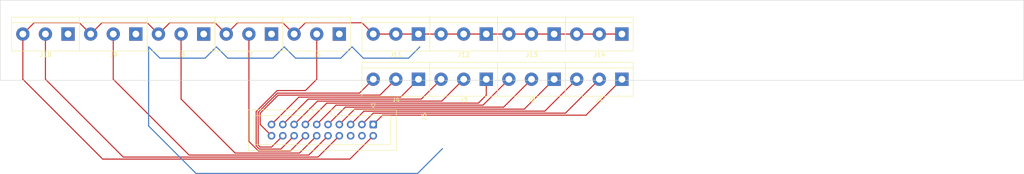
<source format=kicad_pcb>
(kicad_pcb (version 20211014) (generator pcbnew)
  (title_block (title "Control Panel Faceplate IO Breakout Board") (rev "0"))
  (layers (0 "F.Cu" signal) (31 "B.Cu" signal) (34 "B.Paste" user) (35 "F.Paste" user) (36 "B.SilkS" user "B.Silkscreen") (37 "F.SilkS" user "F.Silkscreen") (38 "B.Mask" user) (39 "F.Mask" user) (44 "Edge.Cuts" user))
  (net 0 "")
  (net 1 "/SW_T1")
  (net 2 "/SW_T2")
  (net 3 "/SW_T3")
  (net 4 "/SW_T4")
  (net 5 "/SW_T5")
  (net 6 "/SW_R1")
  (net 7 "/SW_R2")
  (net 8 "/SW_R3")
  (net 9 "/SW_R4")
  (net 10 "/SW_P1")
  (net 11 "/SW_P2")
  (net 12 "/SW_P3")
  (net 13 "/VR_1")
  (net 14 "/VR_2")
  (net 15 "/VR_3")
  (net 16 "/VR_4")
  (net 17 "/VR_5")
  (net 18 "Net-(J8-Pad3)")
  (net 20 "/5V")
  (footprint "TerminalBlock:TerminalBlock_bornier-3_P5.08mm" (layer "F.Cu") (at 96.2 27.6 180)
    (fp_text reference "J6" (at 5.05 -4.65) (layer "F.SilkS"))
    (fp_text value "Screw_Terminal_01x03")
    (fp_line (start -2.54 2.54) (end 12.7 2.54) (layer "F.SilkS") (width 0.12))
    (fp_line (start 12.7 3.81) (end 12.7 -3.81) (layer "F.SilkS") (width 0.12))
    (fp_line (start -2.54 3.81) (end -2.54 -3.81) (layer "F.SilkS") (width 0.12))
    (fp_line (start -2.54 3.81) (end 12.7 3.81) (layer "F.SilkS") (width 0.12))
    (fp_line (start -2.54 -3.81) (end 12.7 -3.81) (layer "F.SilkS") (width 0.12))
    (pad "1" thru_hole rect (at 0 0 180) (size 3 3) (drill 1.52) (layers *.Cu *.Mask) (net 20 "/5V"))
    (pad "2" thru_hole circle (at 5.08 0 180) (size 3 3) (drill 1.52) (layers *.Cu *.Mask) (net 13 "/VR_1"))
    (pad "3" thru_hole circle (at 10.16 0 180) (size 3 3) (drill 1.52) (layers *.Cu *.Mask) (net 18 "Net-(J8-Pad3)"))
  )
  (footprint "TerminalBlock:TerminalBlock_bornier-3_P5.08mm" (layer "F.Cu") (at 129.22 27.6 180)
    (fp_text reference "J12" (at 5.05 -4.65) (layer "F.SilkS"))
    (fp_text value "Screw_Terminal_01x03")
    (fp_line (start 12.7 3.81) (end 12.7 -3.81) (layer "F.SilkS") (width 0.12))
    (fp_line (start -2.54 3.81) (end -2.54 -3.81) (layer "F.SilkS") (width 0.12))
    (fp_line (start -2.54 3.81) (end 12.7 3.81) (layer "F.SilkS") (width 0.12))
    (fp_line (start -2.54 2.54) (end 12.7 2.54) (layer "F.SilkS") (width 0.12))
    (fp_line (start -2.54 -3.81) (end 12.7 -3.81) (layer "F.SilkS") (width 0.12))
    (pad "1" thru_hole rect (at 0 0 180) (size 3 3) (drill 1.52) (layers *.Cu *.Mask) (net 18 "Net-(J8-Pad3)"))
    (pad "2" thru_hole circle (at 5.08 0 180) (size 3 3) (drill 1.52) (layers *.Cu *.Mask) (net 18 "Net-(J8-Pad3)"))
    (pad "3" thru_hole circle (at 10.16 0 180) (size 3 3) (drill 1.52) (layers *.Cu *.Mask) (net 18 "Net-(J8-Pad3)"))
  )
  (footprint "TerminalBlock:TerminalBlock_bornier-3_P5.08mm" (layer "F.Cu") (at 129.22 37.76 180)
    (fp_text reference "J3" (at 5.05 -4.65) (layer "F.SilkS"))
    (fp_text value "Screw_Terminal_01x03")
    (fp_line (start -2.54 2.54) (end 12.7 2.54) (layer "F.SilkS") (width 0.12))
    (fp_line (start 12.7 3.81) (end 12.7 -3.81) (layer "F.SilkS") (width 0.12))
    (fp_line (start -2.54 -3.81) (end 12.7 -3.81) (layer "F.SilkS") (width 0.12))
    (fp_line (start -2.54 3.81) (end 12.7 3.81) (layer "F.SilkS") (width 0.12))
    (fp_line (start -2.54 3.81) (end -2.54 -3.81) (layer "F.SilkS") (width 0.12))
    (pad "1" thru_hole rect (at 0 0 180) (size 3 3) (drill 1.52) (layers *.Cu *.Mask) (net 7 "/SW_R2"))
    (pad "2" thru_hole circle (at 5.08 0 180) (size 3 3) (drill 1.52) (layers *.Cu *.Mask) (net 8 "/SW_R3"))
    (pad "3" thru_hole circle (at 10.16 0 180) (size 3 3) (drill 1.52) (layers *.Cu *.Mask) (net 9 "/SW_R4"))
  )
  (footprint "Connector_IDC:IDC-Header_2x10_P2.54mm_Vertical" (layer "F.Cu") (at 103.82 47.92 -90)
    (fp_text reference "J5" (at -1.7875 -11.43 90) (layer "F.SilkS"))
    (fp_text value "J_IDC_SW_IN")
    (fp_line (start -4.68 0.5) (end -3.68 0) (layer "F.SilkS") (width 0.12))
    (fp_line (start -1.98 26.77) (end -1.98 13.48) (layer "F.SilkS") (width 0.12))
    (fp_line (start -3.68 0) (end -4.68 -0.5) (layer "F.SilkS") (width 0.12))
    (fp_line (start -1.98 13.48) (end -1.98 13.48) (layer "F.SilkS") (width 0.12))
    (fp_line (start -4.68 -0.5) (end -4.68 0.5) (layer "F.SilkS") (width 0.12))
    (fp_line (start 4.52 -3.91) (end 4.52 26.77) (layer "F.SilkS") (width 0.12))
    (fp_line (start 5.83 -5.21) (end 5.83 28.07) (layer "F.SilkS") (width 0.12))
    (fp_line (start -1.98 13.48) (end -3.29 13.48) (layer "F.SilkS") (width 0.12))
    (fp_line (start -3.29 -5.21) (end 5.83 -5.21) (layer "F.SilkS") (width 0.12))
    (fp_line (start -1.98 9.38) (end -1.98 -3.91) (layer "F.SilkS") (width 0.12))
    (fp_line (start -3.29 9.38) (end -1.98 9.38) (layer "F.SilkS") (width 0.12))
    (fp_line (start 5.83 28.07) (end -3.29 28.07) (layer "F.SilkS") (width 0.12))
    (fp_line (start -1.98 -3.91) (end 4.52 -3.91) (layer "F.SilkS") (width 0.12))
    (fp_line (start 4.52 26.77) (end -1.98 26.77) (layer "F.SilkS") (width 0.12))
    (fp_line (start -3.29 28.07) (end -3.29 -5.21) (layer "F.SilkS") (width 0.12))
    (pad "1" thru_hole roundrect (at 0 0 270) (size 1.7 1.7) (drill 1) (layers *.Cu *.Mask) (roundrect_rratio 0.147059) (net 1 "/SW_T1"))
    (pad "2" thru_hole circle (at 2.54 0 270) (size 1.7 1.7) (drill 1) (layers *.Cu *.Mask) (net 18 "Net-(J8-Pad3)"))
    (pad "3" thru_hole circle (at 0 2.54 270) (size 1.7 1.7) (drill 1) (layers *.Cu *.Mask) (net 2 "/SW_T2"))
    (pad "4" thru_hole circle (at 2.54 2.54 270) (size 1.7 1.7) (drill 1) (layers *.Cu *.Mask) (net 20 "/5V"))
    (pad "5" thru_hole circle (at 0 5.08 270) (size 1.7 1.7) (drill 1) (layers *.Cu *.Mask) (net 3 "/SW_T3"))
    (pad "6" thru_hole circle (at 2.54 5.08 270) (size 1.7 1.7) (drill 1) (layers *.Cu *.Mask))
    (pad "7" thru_hole circle (at 0 7.62 270) (size 1.7 1.7) (drill 1) (layers *.Cu *.Mask) (net 4 "/SW_T4"))
    (pad "8" thru_hole circle (at 2.54 7.62 270) (size 1.7 1.7) (drill 1) (layers *.Cu *.Mask) (net 17 "/VR_5"))
    (pad "9" thru_hole circle (at 0 10.16 270) (size 1.7 1.7) (drill 1) (layers *.Cu *.Mask) (net 5 "/SW_T5"))
    (pad "10" thru_hole circle (at 2.54 10.16 270) (size 1.7 1.7) (drill 1) (layers *.Cu *.Mask) (net 16 "/VR_4"))
    (pad "11" thru_hole circle (at 0 12.7 270) (size 1.7 1.7) (drill 1) (layers *.Cu *.Mask) (net 6 "/SW_R1"))
    (pad "12" thru_hole circle (at 2.54 12.7 270) (size 1.7 1.7) (drill 1) (layers *.Cu *.Mask) (net 15 "/VR_3"))
    (pad "13" thru_hole circle (at 0 15.24 270) (size 1.7 1.7) (drill 1) (layers *.Cu *.Mask) (net 7 "/SW_R2"))
    (pad "14" thru_hole circle (at 2.54 15.24 270) (size 1.7 1.7) (drill 1) (layers *.Cu *.Mask) (net 14 "/VR_2"))
    (pad "15" thru_hole circle (at 0 17.78 270) (size 1.7 1.7) (drill 1) (layers *.Cu *.Mask) (net 8 "/SW_R3"))
    (pad "16" thru_hole circle (at 2.54 17.78 270) (size 1.7 1.7) (drill 1) (layers *.Cu *.Mask) (net 13 "/VR_1"))
    (pad "17" thru_hole circle (at 0 20.32 270) (size 1.7 1.7) (drill 1) (layers *.Cu *.Mask) (net 9 "/SW_R4"))
    (pad "18" thru_hole circle (at 2.54 20.32 270) (size 1.7 1.7) (drill 1) (layers *.Cu *.Mask) (net 12 "/SW_P3"))
    (pad "19" thru_hole circle (at 0 22.86 270) (size 1.7 1.7) (drill 1) (layers *.Cu *.Mask) (net 10 "/SW_P1"))
    (pad "20" thru_hole circle (at 2.54 22.86 270) (size 1.7 1.7) (drill 1) (layers *.Cu *.Mask) (net 11 "/SW_P2"))
  )
  (footprint "TerminalBlock:TerminalBlock_bornier-3_P5.08mm" (layer "F.Cu") (at 113.98 37.76 180)
    (fp_text reference "J4" (at 5.05 -4.65) (layer "F.SilkS"))
    (fp_text value "Screw_Terminal_01x03")
    (fp_line (start -2.54 3.81) (end -2.54 -3.81) (layer "F.SilkS") (width 0.12))
    (fp_line (start -2.54 2.54) (end 12.7 2.54) (layer "F.SilkS") (width 0.12))
    (fp_line (start -2.54 3.81) (end 12.7 3.81) (layer "F.SilkS") (width 0.12))
    (fp_line (start -2.54 -3.81) (end 12.7 -3.81) (layer "F.SilkS") (width 0.12))
    (fp_line (start 12.7 3.81) (end 12.7 -3.81) (layer "F.SilkS") (width 0.12))
    (pad "1" thru_hole rect (at 0 0 180) (size 3 3) (drill 1.52) (layers *.Cu *.Mask) (net 10 "/SW_P1"))
    (pad "2" thru_hole circle (at 5.08 0 180) (size 3 3) (drill 1.52) (layers *.Cu *.Mask) (net 11 "/SW_P2"))
    (pad "3" thru_hole circle (at 10.16 0 180) (size 3 3) (drill 1.52) (layers *.Cu *.Mask) (net 12 "/SW_P3"))
  )
  (footprint "TerminalBlock:TerminalBlock_bornier-3_P5.08mm" (layer "F.Cu") (at 144.46 37.76 180)
    (fp_text reference "J2" (at 5.05 -4.65) (layer "F.SilkS"))
    (fp_text value "Screw_Terminal_01x03")
    (fp_line (start -2.54 3.81) (end 12.7 3.81) (layer "F.SilkS") (width 0.12))
    (fp_line (start 12.7 3.81) (end 12.7 -3.81) (layer "F.SilkS") (width 0.12))
    (fp_line (start -2.54 3.81) (end -2.54 -3.81) (layer "F.SilkS") (width 0.12))
    (fp_line (start -2.54 2.54) (end 12.7 2.54) (layer "F.SilkS") (width 0.12))
    (fp_line (start -2.54 -3.81) (end 12.7 -3.81) (layer "F.SilkS") (width 0.12))
    (pad "1" thru_hole rect (at 0 0 180) (size 3 3) (drill 1.52) (layers *.Cu *.Mask) (net 4 "/SW_T4"))
    (pad "2" thru_hole circle (at 5.08 0 180) (size 3 3) (drill 1.52) (layers *.Cu *.Mask) (net 5 "/SW_T5"))
    (pad "3" thru_hole circle (at 10.16 0 180) (size 3 3) (drill 1.52) (layers *.Cu *.Mask) (net 6 "/SW_R1"))
  )
  (footprint "TerminalBlock:TerminalBlock_bornier-3_P5.08mm" (layer "F.Cu") (at 113.98 27.6 180)
    (fp_text reference "J11" (at 5.05 -4.65) (layer "F.SilkS"))
    (fp_text value "Screw_Terminal_01x03")
    (fp_line (start -2.54 3.81) (end 12.7 3.81) (layer "F.SilkS") (width 0.12))
    (fp_line (start -2.54 2.54) (end 12.7 2.54) (layer "F.SilkS") (width 0.12))
    (fp_line (start -2.54 -3.81) (end 12.7 -3.81) (layer "F.SilkS") (width 0.12))
    (fp_line (start -2.54 3.81) (end -2.54 -3.81) (layer "F.SilkS") (width 0.12))
    (fp_line (start 12.7 3.81) (end 12.7 -3.81) (layer "F.SilkS") (width 0.12))
    (pad "1" thru_hole rect (at 0 0 180) (size 3 3) (drill 1.52) (layers *.Cu *.Mask) (net 18 "Net-(J8-Pad3)"))
    (pad "2" thru_hole circle (at 5.08 0 180) (size 3 3) (drill 1.52) (layers *.Cu *.Mask) (net 18 "Net-(J8-Pad3)"))
    (pad "3" thru_hole circle (at 10.16 0 180) (size 3 3) (drill 1.52) (layers *.Cu *.Mask) (net 18 "Net-(J8-Pad3)"))
  )
  (footprint "TerminalBlock:TerminalBlock_bornier-3_P5.08mm" (layer "F.Cu") (at 159.7 27.6 180)
    (fp_text reference "J14" (at 5.05 -4.65) (layer "F.SilkS"))
    (fp_text value "Screw_Terminal_01x03")
    (fp_line (start -2.54 -3.81) (end 12.7 -3.81) (layer "F.SilkS") (width 0.12))
    (fp_line (start 12.7 3.81) (end 12.7 -3.81) (layer "F.SilkS") (width 0.12))
    (fp_line (start -2.54 3.81) (end -2.54 -3.81) (layer "F.SilkS") (width 0.12))
    (fp_line (start -2.54 3.81) (end 12.7 3.81) (layer "F.SilkS") (width 0.12))
    (fp_line (start -2.54 2.54) (end 12.7 2.54) (layer "F.SilkS") (width 0.12))
    (pad "1" thru_hole rect (at 0 0 180) (size 3 3) (drill 1.52) (layers *.Cu *.Mask) (net 18 "Net-(J8-Pad3)"))
    (pad "2" thru_hole circle (at 5.08 0 180) (size 3 3) (drill 1.52) (layers *.Cu *.Mask) (net 18 "Net-(J8-Pad3)"))
    (pad "3" thru_hole circle (at 10.16 0 180) (size 3 3) (drill 1.52) (layers *.Cu *.Mask) (net 18 "Net-(J8-Pad3)"))
  )
  (footprint "TerminalBlock:TerminalBlock_bornier-3_P5.08mm" (layer "F.Cu") (at 35.24 27.6 180)
    (fp_text reference "J10" (at 5.05 -4.65) (layer "F.SilkS"))
    (fp_text value "Screw_Terminal_01x03")
    (fp_line (start -2.54 3.81) (end 12.7 3.81) (layer "F.SilkS") (width 0.12))
    (fp_line (start -2.54 3.81) (end -2.54 -3.81) (layer "F.SilkS") (width 0.12))
    (fp_line (start -2.54 2.54) (end 12.7 2.54) (layer "F.SilkS") (width 0.12))
    (fp_line (start -2.54 -3.81) (end 12.7 -3.81) (layer "F.SilkS") (width 0.12))
    (fp_line (start 12.7 3.81) (end 12.7 -3.81) (layer "F.SilkS") (width 0.12))
    (pad "1" thru_hole rect (at 0 0 180) (size 3 3) (drill 1.52) (layers *.Cu *.Mask) (net 20 "/5V"))
    (pad "2" thru_hole circle (at 5.08 0 180) (size 3 3) (drill 1.52) (layers *.Cu *.Mask) (net 17 "/VR_5"))
    (pad "3" thru_hole circle (at 10.16 0 180) (size 3 3) (drill 1.52) (layers *.Cu *.Mask) (net 18 "Net-(J8-Pad3)"))
  )
  (footprint "TerminalBlock:TerminalBlock_bornier-3_P5.08mm" (layer "F.Cu") (at 80.96 27.6 180)
    (fp_text reference "J7" (at 5.05 -4.65) (layer "F.SilkS"))
    (fp_text value "Screw_Terminal_01x03")
    (fp_line (start -2.54 3.81) (end -2.54 -3.81) (layer "F.SilkS") (width 0.12))
    (fp_line (start -2.54 3.81) (end 12.7 3.81) (layer "F.SilkS") (width 0.12))
    (fp_line (start -2.54 2.54) (end 12.7 2.54) (layer "F.SilkS") (width 0.12))
    (fp_line (start 12.7 3.81) (end 12.7 -3.81) (layer "F.SilkS") (width 0.12))
    (fp_line (start -2.54 -3.81) (end 12.7 -3.81) (layer "F.SilkS") (width 0.12))
    (pad "1" thru_hole rect (at 0 0 180) (size 3 3) (drill 1.52) (layers *.Cu *.Mask) (net 20 "/5V"))
    (pad "2" thru_hole circle (at 5.08 0 180) (size 3 3) (drill 1.52) (layers *.Cu *.Mask) (net 14 "/VR_2"))
    (pad "3" thru_hole circle (at 10.16 0 180) (size 3 3) (drill 1.52) (layers *.Cu *.Mask) (net 18 "Net-(J8-Pad3)"))
  )
  (footprint "TerminalBlock:TerminalBlock_bornier-3_P5.08mm" (layer "F.Cu") (at 50.48 27.6 180)
    (fp_text reference "J9" (at 5.05 -4.65) (layer "F.SilkS"))
    (fp_text value "Screw_Terminal_01x03")
    (fp_line (start -2.54 3.81) (end -2.54 -3.81) (layer "F.SilkS") (width 0.12))
    (fp_line (start 12.7 3.81) (end 12.7 -3.81) (layer "F.SilkS") (width 0.12))
    (fp_line (start -2.54 -3.81) (end 12.7 -3.81) (layer "F.SilkS") (width 0.12))
    (fp_line (start -2.54 2.54) (end 12.7 2.54) (layer "F.SilkS") (width 0.12))
    (fp_line (start -2.54 3.81) (end 12.7 3.81) (layer "F.SilkS") (width 0.12))
    (pad "1" thru_hole rect (at 0 0 180) (size 3 3) (drill 1.52) (layers *.Cu *.Mask) (net 20 "/5V"))
    (pad "2" thru_hole circle (at 5.08 0 180) (size 3 3) (drill 1.52) (layers *.Cu *.Mask) (net 16 "/VR_4"))
    (pad "3" thru_hole circle (at 10.16 0 180) (size 3 3) (drill 1.52) (layers *.Cu *.Mask) (net 18 "Net-(J8-Pad3)"))
  )
  (footprint "TerminalBlock:TerminalBlock_bornier-3_P5.08mm" (layer "F.Cu") (at 65.72 27.6 180)
    (fp_text reference "J8" (at 5.05 -4.65) (layer "F.SilkS"))
    (fp_text value "Screw_Terminal_01x03")
    (fp_line (start -2.54 3.81) (end -2.54 -3.81) (layer "F.SilkS") (width 0.12))
    (fp_line (start -2.54 -3.81) (end 12.7 -3.81) (layer "F.SilkS") (width 0.12))
    (fp_line (start 12.7 3.81) (end 12.7 -3.81) (layer "F.SilkS") (width 0.12))
    (fp_line (start -2.54 2.54) (end 12.7 2.54) (layer "F.SilkS") (width 0.12))
    (fp_line (start -2.54 3.81) (end 12.7 3.81) (layer "F.SilkS") (width 0.12))
    (pad "1" thru_hole rect (at 0 0 180) (size 3 3) (drill 1.52) (layers *.Cu *.Mask) (net 20 "/5V"))
    (pad "2" thru_hole circle (at 5.08 0 180) (size 3 3) (drill 1.52) (layers *.Cu *.Mask) (net 15 "/VR_3"))
    (pad "3" thru_hole circle (at 10.16 0 180) (size 3 3) (drill 1.52) (layers *.Cu *.Mask) (net 18 "Net-(J8-Pad3)"))
  )
  (footprint "TerminalBlock:TerminalBlock_bornier-3_P5.08mm" (layer "F.Cu") (at 144.46 27.6 180)
    (fp_text reference "J13" (at 5.05 -4.65) (layer "F.SilkS"))
    (fp_text value "Screw_Terminal_01x03")
    (fp_line (start -2.54 -3.81) (end 12.7 -3.81) (layer "F.SilkS") (width 0.12))
    (fp_line (start -2.54 3.81) (end 12.7 3.81) (layer "F.SilkS") (width 0.12))
    (fp_line (start -2.54 3.81) (end -2.54 -3.81) (layer "F.SilkS") (width 0.12))
    (fp_line (start 12.7 3.81) (end 12.7 -3.81) (layer "F.SilkS") (width 0.12))
    (fp_line (start -2.54 2.54) (end 12.7 2.54) (layer "F.SilkS") (width 0.12))
    (pad "1" thru_hole rect (at 0 0 180) (size 3 3) (drill 1.52) (layers *.Cu *.Mask) (net 18 "Net-(J8-Pad3)"))
    (pad "2" thru_hole circle (at 5.08 0 180) (size 3 3) (drill 1.52) (layers *.Cu *.Mask) (net 18 "Net-(J8-Pad3)"))
    (pad "3" thru_hole circle (at 10.16 0 180) (size 3 3) (drill 1.52) (layers *.Cu *.Mask) (net 18 "Net-(J8-Pad3)"))
  )
  (footprint "TerminalBlock:TerminalBlock_bornier-3_P5.08mm" (layer "F.Cu") (at 159.7 37.76 180)
    (fp_text reference "J1" (at 5.05 -4.65) (layer "F.SilkS"))
    (fp_text value "Screw_Terminal_01x03")
    (fp_line (start -2.54 3.81) (end 12.7 3.81) (layer "F.SilkS") (width 0.12))
    (fp_line (start -2.54 -3.81) (end 12.7 -3.81) (layer "F.SilkS") (width 0.12))
    (fp_line (start -2.54 2.54) (end 12.7 2.54) (layer "F.SilkS") (width 0.12))
    (fp_line (start -2.54 3.81) (end -2.54 -3.81) (layer "F.SilkS") (width 0.12))
    (fp_line (start 12.7 3.81) (end 12.7 -3.81) (layer "F.SilkS") (width 0.12))
    (pad "1" thru_hole rect (at 0 0 180) (size 3 3) (drill 1.52) (layers *.Cu *.Mask) (net 1 "/SW_T1"))
    (pad "2" thru_hole circle (at 5.08 0 180) (size 3 3) (drill 1.52) (layers *.Cu *.Mask) (net 2 "/SW_T2"))
    (pad "3" thru_hole circle (at 10.16 0 180) (size 3 3) (drill 1.52) (layers *.Cu *.Mask) (net 3 "/SW_T3"))
  )
  (gr_rect (start 20 20) (end 250 38) (layer "Edge.Cuts") (width 0.1) (fill none))
  (segment (start 105.91 45.83) (end 103.82 47.92) (width 0.25) (layer "F.Cu") (net 1))
  (segment (start 151.63 45.83) (end 105.91 45.83) (width 0.25) (layer "F.Cu") (net 1))
  (segment (start 159.7 37.76) (end 151.63 45.83) (width 0.25) (layer "F.Cu") (net 1))
  (segment (start 103.82 45.38) (end 101.28 47.92) (width 0.25) (layer "F.Cu") (net 2))
  (segment (start 154.62 37.76) (end 147 45.38) (width 0.25) (layer "F.Cu") (net 2))
  (segment (start 147 45.38) (end 103.82 45.38) (width 0.25) (layer "F.Cu") (net 2))
  (segment (start 101.73 44.93) (end 98.74 47.92) (width 0.25) (layer "F.Cu") (net 3))
  (segment (start 149.54 37.76) (end 142.37 44.93) (width 0.25) (layer "F.Cu") (net 3))
  (segment (start 142.37 44.93) (end 101.73 44.93) (width 0.25) (layer "F.Cu") (net 3))
  (segment (start 144.46 37.76) (end 137.74 44.48) (width 0.25) (layer "F.Cu") (net 4))
  (segment (start 137.74 44.48) (end 99.64 44.48) (width 0.25) (layer "F.Cu") (net 4))
  (segment (start 99.64 44.48) (end 96.2 47.92) (width 0.25) (layer "F.Cu") (net 4))
  (segment (start 133.11 44.03) (end 97.55 44.03) (width 0.25) (layer "F.Cu") (net 5))
  (segment (start 97.55 44.03) (end 93.66 47.92) (width 0.25) (layer "F.Cu") (net 5))
  (segment (start 139.38 37.76) (end 133.11 44.03) (width 0.25) (layer "F.Cu") (net 5))
  (segment (start 95.46 43.58) (end 91.12 47.92) (width 0.25) (layer "F.Cu") (net 6))
  (segment (start 134.3 37.76) (end 128.48 43.58) (width 0.25) (layer "F.Cu") (net 6))
  (segment (start 128.48 43.58) (end 95.46 43.58) (width 0.25) (layer "F.Cu") (net 6))
  (segment (start 127.4314 43.13) (end 93.37 43.13) (width 0.25) (layer "F.Cu") (net 7))
  (segment (start 129.22 41.3414) (end 127.4314 43.13) (width 0.25) (layer "F.Cu") (net 7))
  (segment (start 129.22 37.76) (end 129.22 41.3414) (width 0.25) (layer "F.Cu") (net 7))
  (segment (start 93.37 43.13) (end 88.58 47.92) (width 0.25) (layer "F.Cu") (net 7))
  (segment (start 119.22 42.68) (end 91.28 42.68) (width 0.25) (layer "F.Cu") (net 8))
  (segment (start 91.28 42.68) (end 86.04 47.92) (width 0.25) (layer "F.Cu") (net 8))
  (segment (start 124.14 37.76) (end 119.22 42.68) (width 0.25) (layer "F.Cu") (net 8))
  (segment (start 119.06 37.76) (end 114.59 42.23) (width 0.25) (layer "F.Cu") (net 9))
  (segment (start 114.59 42.23) (end 89.19 42.23) (width 0.25) (layer "F.Cu") (net 9))
  (segment (start 89.19 42.23) (end 83.5 47.92) (width 0.25) (layer "F.Cu") (net 9))
  (segment (start 113.98 37.76) (end 109.96 41.78) (width 0.25) (layer "F.Cu") (net 10))
  (segment (start 109.96 41.78) (end 87.1 41.78) (width 0.25) (layer "F.Cu") (net 10))
  (segment (start 87.1 41.78) (end 80.96 47.92) (width 0.25) (layer "F.Cu") (net 10))
  (segment (start 105.33 41.33) (end 82.47 41.33) (width 0.25) (layer "F.Cu") (net 11))
  (segment (start 78.42 47.92) (end 80.96 50.46) (width 0.25) (layer "F.Cu") (net 11))
  (segment (start 78.42 45.38) (end 78.42 47.92) (width 0.25) (layer "F.Cu") (net 11))
  (segment (start 108.9 37.76) (end 105.33 41.33) (width 0.25) (layer "F.Cu") (net 11))
  (segment (start 82.47 41.33) (end 78.42 45.38) (width 0.25) (layer "F.Cu") (net 11))
  (segment (start 103.82 37.76) (end 100.7 40.88) (width 0.25) (layer "F.Cu") (net 12))
  (segment (start 77.97 45.193604) (end 77.97 52.55) (width 0.25) (layer "F.Cu") (net 12))
  (segment (start 82.283604 40.88) (end 77.97 45.193604) (width 0.25) (layer "F.Cu") (net 12))
  (segment (start 80.96 53) (end 83.5 50.46) (width 0.25) (layer "F.Cu") (net 12))
  (segment (start 78.42 53) (end 80.96 53) (width 0.25) (layer "F.Cu") (net 12))
  (segment (start 77.97 52.55) (end 78.42 53) (width 0.25) (layer "F.Cu") (net 12))
  (segment (start 100.7 40.88) (end 82.283604 40.88) (width 0.25) (layer "F.Cu") (net 12))
  (segment (start 86.04 50.46) (end 83.05 53.45) (width 0.25) (layer "F.Cu") (net 13))
  (segment (start 82.227208 40.3) (end 88.58 40.3) (width 0.25) (layer "F.Cu") (net 13))
  (segment (start 91.12 37.76) (end 88.58 40.3) (width 0.25) (layer "F.Cu") (net 13))
  (segment (start 83.05 53.45) (end 78.233604 53.45) (width 0.25) (layer "F.Cu") (net 13))
  (segment (start 77.52 45.007208) (end 82.227208 40.3) (width 0.25) (layer "F.Cu") (net 13))
  (segment (start 78.233604 53.45) (end 77.52 52.736396) (width 0.25) (layer "F.Cu") (net 13))
  (segment (start 91.12 27.6) (end 91.12 37.76) (width 0.25) (layer "F.Cu") (net 13))
  (segment (start 77.52 52.736396) (end 77.52 45.007208) (width 0.25) (layer "F.Cu") (net 13))
  (segment (start 75.88 51.732792) (end 78.047208 53.9) (width 0.25) (layer "F.Cu") (net 14))
  (segment (start 85.14 53.9) (end 88.58 50.46) (width 0.25) (layer "F.Cu") (net 14))
  (segment (start 78.047208 53.9) (end 85.14 53.9) (width 0.25) (layer "F.Cu") (net 14))
  (segment (start 75.88 27.6) (end 75.88 51.732792) (width 0.25) (layer "F.Cu") (net 14))
  (segment (start 60.64 27.6) (end 60.64 42.209188) (width 0.25) (layer "F.Cu") (net 15))
  (segment (start 87.23 54.35) (end 91.12 50.46) (width 0.25) (layer "F.Cu") (net 15))
  (segment (start 60.64 42.209188) (end 72.780812 54.35) (width 0.25) (layer "F.Cu") (net 15))
  (segment (start 72.780812 54.35) (end 87.23 54.35) (width 0.25) (layer "F.Cu") (net 15))
  (segment (start 89.32 54.8) (end 93.66 50.46) (width 0.25) (layer "F.Cu") (net 16))
  (segment (start 45.4 37.76) (end 62.44 54.8) (width 0.25) (layer "F.Cu") (net 16))
  (segment (start 62.44 54.8) (end 89.32 54.8) (width 0.25) (layer "F.Cu") (net 16))
  (segment (start 45.4 37.76) (end 45.4 27.6) (width 0.25) (layer "F.Cu") (net 16))
  (segment (start 91.41 55.25) (end 96.2 50.46) (width 0.25) (layer "F.Cu") (net 17))
  (segment (start 30.16 37.76) (end 47.65 55.25) (width 0.25) (layer "F.Cu") (net 17))
  (segment (start 47.65 55.25) (end 91.41 55.25) (width 0.25) (layer "F.Cu") (net 17))
  (segment (start 30.16 27.6) (end 30.16 37.76) (width 0.25) (layer "F.Cu") (net 17))
  (segment (start 134.3 27.6) (end 139.38 27.6) (width 0.25) (layer "F.Cu") (net 18))
  (segment (start 119.06 27.6) (end 124.14 27.6) (width 0.25) (layer "F.Cu") (net 18))
  (segment (start 144.46 27.6) (end 149.54 27.6) (width 0.25) (layer "F.Cu") (net 18))
  (segment (start 101.28 25.06) (end 103.82 27.6) (width 0.25) (layer "F.Cu") (net 18))
  (segment (start 124.14 27.6) (end 129.22 27.6) (width 0.25) (layer "F.Cu") (net 18))
  (segment (start 37.78 25.06) (end 40.32 27.6) (width 0.25) (layer "F.Cu") (net 18))
  (segment (start 98.58 55.7) (end 103.82 50.46) (width 0.25) (layer "F.Cu") (net 18))
  (segment (start 40.32 27.6) (end 42.86 25.06) (width 0.25) (layer "F.Cu") (net 18))
  (segment (start 25.08 27.6) (end 25.08 37.76) (width 0.25) (layer "F.Cu") (net 18))
  (segment (start 108.9 27.6) (end 113.98 27.6) (width 0.25) (layer "F.Cu") (net 18))
  (segment (start 83.5 25.06) (end 86.04 27.6) (width 0.25) (layer "F.Cu") (net 18))
  (segment (start 68.26 25.06) (end 70.8 27.6) (width 0.25) (layer "F.Cu") (net 18))
  (segment (start 129.22 27.6) (end 134.3 27.6) (width 0.25) (layer "F.Cu") (net 18))
  (segment (start 154.62 27.6) (end 159.7 27.6) (width 0.25) (layer "F.Cu") (net 18))
  (segment (start 139.38 27.6) (end 144.46 27.6) (width 0.25) (layer "F.Cu") (net 18))
  (segment (start 25.08 37.76) (end 43.02 55.7) (width 0.25) (layer "F.Cu") (net 18))
  (segment (start 149.54 27.6) (end 154.62 27.6) (width 0.25) (layer "F.Cu") (net 18))
  (segment (start 73.34 25.06) (end 83.5 25.06) (width 0.25) (layer "F.Cu") (net 18))
  (segment (start 55.56 27.6) (end 58.1 25.06) (width 0.25) (layer "F.Cu") (net 18))
  (segment (start 27.62 25.06) (end 37.78 25.06) (width 0.25) (layer "F.Cu") (net 18))
  (segment (start 103.82 27.6) (end 108.9 27.6) (width 0.25) (layer "F.Cu") (net 18))
  (segment (start 43.02 55.7) (end 98.58 55.7) (width 0.25) (layer "F.Cu") (net 18))
  (segment (start 113.98 27.6) (end 119.06 27.6) (width 0.25) (layer "F.Cu") (net 18))
  (segment (start 58.1 25.06) (end 68.26 25.06) (width 0.25) (layer "F.Cu") (net 18))
  (segment (start 88.58 25.06) (end 101.28 25.06) (width 0.25) (layer "F.Cu") (net 18))
  (segment (start 70.8 27.6) (end 73.34 25.06) (width 0.25) (layer "F.Cu") (net 18))
  (segment (start 86.04 27.6) (end 88.58 25.06) (width 0.25) (layer "F.Cu") (net 18))
  (segment (start 53.02 25.06) (end 55.56 27.6) (width 0.25) (layer "F.Cu") (net 18))
  (segment (start 42.86 25.06) (end 53.02 25.06) (width 0.25) (layer "F.Cu") (net 18))
  (segment (start 25.08 27.6) (end 27.62 25.06) (width 0.25) (layer "F.Cu") (net 18))
  (segment (start 86.36 33.02) (end 96.52 33.02) (width 0.25) (layer "B.Cu") (net 20))
  (segment (start 64.008 58.928) (end 113.792 58.928) (width 0.25) (layer "B.Cu") (net 20))
  (segment (start 53.34 30.48) (end 53.34 48.26) (width 0.25) (layer "B.Cu") (net 20))
  (segment (start 81.28 33.02) (end 83.82 30.48) (width 0.25) (layer "B.Cu") (net 20))
  (segment (start 83.82 30.48) (end 86.36 33.02) (width 0.25) (layer "B.Cu") (net 20))
  (segment (start 68.58 30.48) (end 71.12 33.02) (width 0.25) (layer "B.Cu") (net 20))
  (segment (start 111.76 33.02) (end 114.3 30.48) (width 0.25) (layer "B.Cu") (net 20))
  (segment (start 113.792 58.928) (end 119.38 53.34) (width 0.25) (layer "B.Cu") (net 20))
  (segment (start 101.6 33.02) (end 111.76 33.02) (width 0.25) (layer "B.Cu") (net 20))
  (segment (start 71.12 33.02) (end 81.28 33.02) (width 0.25) (layer "B.Cu") (net 20))
  (segment (start 66.04 33.02) (end 68.58 30.48) (width 0.25) (layer "B.Cu") (net 20))
  (segment (start 99.06 30.48) (end 101.6 33.02) (width 0.25) (layer "B.Cu") (net 20))
  (segment (start 53.34 48.26) (end 64.008 58.928) (width 0.25) (layer "B.Cu") (net 20))
  (segment (start 96.52 33.02) (end 99.06 30.48) (width 0.25) (layer "B.Cu") (net 20))
  (segment (start 55.88 33.02) (end 66.04 33.02) (width 0.25) (layer "B.Cu") (net 20))
  (segment (start 53.34 30.48) (end 55.88 33.02) (width 0.25) (layer "B.Cu") (net 20))
)
</source>
